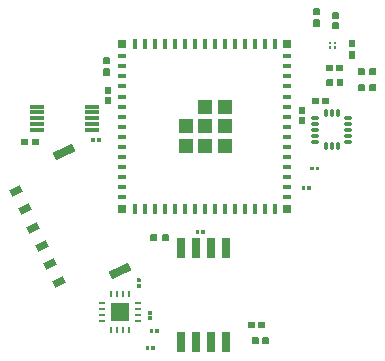
<source format=gtp>
G04 Layer: TopPasteMaskLayer*
G04 EasyEDA v6.5.22, 2023-02-04 18:08:32*
G04 803b958340a141a7ad8343e076188523,c17a8ced473b4d519dda31697e0e54b6,10*
G04 Gerber Generator version 0.2*
G04 Scale: 100 percent, Rotated: No, Reflected: No *
G04 Dimensions in inches *
G04 leading zeros omitted , absolute positions ,3 integer and 6 decimal *
%FSLAX36Y36*%
%MOIN*%

%AMMACRO1*4,1,4,-0.0079,0.0158,0.0079,0.0158,0.0079,-0.0158,-0.0079,-0.0158,-0.0079,0.0158,0*%
%AMMACRO2*21,1,$1,$2,0,0,$3*%
%ADD10R,0.0472X0.0472*%
%ADD11R,0.0315X0.0315*%
%ADD12MACRO1*%
%ADD13R,0.0315X0.0158*%
%ADD14O,0.031495999999999996X0.011024*%
%ADD15O,0.011024X0.031495999999999996*%
%ADD16MACRO2,0.0236X0.0394X115.0006*%
%ADD17MACRO2,0.0236X0.0394X114.9986*%
%ADD18MACRO2,0.0236X0.0394X114.9974*%
%ADD19MACRO2,0.0236X0.0394X115.0018*%
%ADD20MACRO2,0.0276X0.0709X114.9992*%
%ADD21MACRO2,0.0276X0.0709X115.0009*%
%ADD22R,0.0280X0.0685*%
%ADD23R,0.0236X0.0098*%
%ADD24R,0.0098X0.0236*%
%ADD25R,0.0591X0.0591*%
%ADD26R,0.0512X0.0118*%
%ADD27R,0.0163X0.0118*%

%LPD*%
G36*
X486580Y296640D02*
G01*
X485020Y295060D01*
X485020Y276940D01*
X486580Y275360D01*
X506300Y275360D01*
X507879Y276940D01*
X507879Y295060D01*
X506300Y296640D01*
G37*
G36*
X453100Y296640D02*
G01*
X451520Y295060D01*
X451520Y276940D01*
X453100Y275360D01*
X472800Y275360D01*
X474380Y276940D01*
X474380Y295060D01*
X472800Y296640D01*
G37*
G36*
X486500Y344420D02*
G01*
X484920Y342860D01*
X484920Y324739D01*
X486500Y323180D01*
X506200Y323180D01*
X507780Y324739D01*
X507780Y342860D01*
X506200Y344420D01*
G37*
G36*
X453000Y344420D02*
G01*
X451420Y342860D01*
X451420Y324739D01*
X453000Y323180D01*
X472700Y323180D01*
X474280Y324739D01*
X474280Y342860D01*
X472700Y344420D01*
G37*
G36*
X460980Y421900D02*
G01*
X460200Y421120D01*
X460200Y414820D01*
X460980Y414040D01*
X467280Y414040D01*
X468060Y414820D01*
X468060Y421120D01*
X467280Y421900D01*
G37*
G36*
X476719Y421900D02*
G01*
X475940Y421120D01*
X475940Y414820D01*
X476719Y414040D01*
X483020Y414040D01*
X483820Y414820D01*
X483820Y421120D01*
X483020Y421900D01*
G37*
G36*
X460980Y406160D02*
G01*
X460200Y405379D01*
X460200Y399080D01*
X460980Y398280D01*
X467280Y398280D01*
X468060Y399080D01*
X468060Y405379D01*
X467280Y406160D01*
G37*
G36*
X476719Y406160D02*
G01*
X475940Y405379D01*
X475940Y399080D01*
X476719Y398280D01*
X483020Y398280D01*
X483820Y399080D01*
X483820Y405379D01*
X483020Y406160D01*
G37*
G36*
X238280Y-563680D02*
G01*
X236720Y-565240D01*
X236720Y-583360D01*
X238280Y-584940D01*
X258000Y-584940D01*
X259579Y-583360D01*
X259579Y-565240D01*
X258000Y-563680D01*
G37*
G36*
X204800Y-563680D02*
G01*
X203220Y-565240D01*
X203220Y-583360D01*
X204800Y-584940D01*
X224520Y-584940D01*
X226080Y-583360D01*
X226080Y-565240D01*
X224520Y-563680D01*
G37*
G36*
X225100Y-512280D02*
G01*
X223520Y-513840D01*
X223520Y-531960D01*
X225100Y-533540D01*
X244800Y-533540D01*
X246380Y-531960D01*
X246380Y-513840D01*
X244800Y-512280D01*
G37*
G36*
X191600Y-512280D02*
G01*
X190020Y-513840D01*
X190020Y-531960D01*
X191600Y-533540D01*
X211320Y-533540D01*
X212880Y-531960D01*
X212880Y-513840D01*
X211320Y-512280D01*
G37*
G36*
X471960Y486420D02*
G01*
X470379Y484840D01*
X470379Y465120D01*
X471960Y463560D01*
X490080Y463560D01*
X491640Y465120D01*
X491640Y484840D01*
X490080Y486420D01*
G37*
G36*
X471960Y519900D02*
G01*
X470379Y518320D01*
X470379Y498620D01*
X471960Y497040D01*
X490080Y497040D01*
X491640Y498620D01*
X491640Y518320D01*
X490080Y519900D01*
G37*
G36*
X-179540Y-367620D02*
G01*
X-180479Y-368560D01*
X-180479Y-378960D01*
X-179540Y-379920D01*
X-168660Y-379920D01*
X-167719Y-378960D01*
X-167719Y-368560D01*
X-168660Y-367620D01*
G37*
G36*
X-179540Y-386280D02*
G01*
X-180479Y-387239D01*
X-180479Y-397640D01*
X-179540Y-398579D01*
X-168660Y-398579D01*
X-167719Y-397640D01*
X-167719Y-387239D01*
X-168660Y-386280D01*
G37*
G36*
X-142340Y-475720D02*
G01*
X-143280Y-476659D01*
X-143280Y-487060D01*
X-142340Y-488020D01*
X-131460Y-488020D01*
X-130520Y-487060D01*
X-130520Y-476659D01*
X-131460Y-475720D01*
G37*
G36*
X-142340Y-494380D02*
G01*
X-143280Y-495340D01*
X-143280Y-505740D01*
X-142340Y-506680D01*
X-131460Y-506680D01*
X-130520Y-505740D01*
X-130520Y-495340D01*
X-131460Y-494380D01*
G37*
G36*
X16560Y-206320D02*
G01*
X15620Y-207260D01*
X15620Y-218140D01*
X16560Y-219080D01*
X26960Y-219080D01*
X27919Y-218140D01*
X27919Y-207260D01*
X26960Y-206320D01*
G37*
G36*
X35240Y-206320D02*
G01*
X34280Y-207260D01*
X34280Y-218140D01*
X35240Y-219080D01*
X45640Y-219080D01*
X46580Y-218140D01*
X46580Y-207260D01*
X45640Y-206320D01*
G37*
G36*
X-118560Y-536320D02*
G01*
X-119520Y-537260D01*
X-119520Y-548140D01*
X-118560Y-549080D01*
X-108160Y-549080D01*
X-107220Y-548140D01*
X-107220Y-537260D01*
X-108160Y-536320D01*
G37*
G36*
X-137240Y-536320D02*
G01*
X-138180Y-537260D01*
X-138180Y-548140D01*
X-137240Y-549080D01*
X-126840Y-549080D01*
X-125879Y-548140D01*
X-125879Y-537260D01*
X-126840Y-536320D01*
G37*
G36*
X-132060Y-592320D02*
G01*
X-133020Y-593260D01*
X-133020Y-604140D01*
X-132060Y-605080D01*
X-121660Y-605080D01*
X-120719Y-604140D01*
X-120719Y-593260D01*
X-121660Y-592320D01*
G37*
G36*
X-150740Y-592320D02*
G01*
X-151680Y-593260D01*
X-151680Y-604140D01*
X-150740Y-605080D01*
X-140340Y-605080D01*
X-139380Y-604140D01*
X-139380Y-593260D01*
X-140340Y-592320D01*
G37*
G36*
X388160Y-59400D02*
G01*
X387200Y-60340D01*
X387200Y-71200D01*
X388160Y-72140D01*
X398560Y-72140D01*
X399500Y-71200D01*
X399500Y-60340D01*
X398560Y-59400D01*
G37*
G36*
X369480Y-59400D02*
G01*
X368540Y-60340D01*
X368540Y-71200D01*
X369480Y-72140D01*
X379880Y-72140D01*
X380840Y-71200D01*
X380840Y-60340D01*
X379880Y-59400D01*
G37*
G36*
X416760Y5200D02*
G01*
X415800Y4260D01*
X415800Y-6600D01*
X416760Y-7540D01*
X427160Y-7540D01*
X428100Y-6600D01*
X428100Y4260D01*
X427160Y5200D01*
G37*
G36*
X398080Y5200D02*
G01*
X397140Y4260D01*
X397140Y-6600D01*
X398080Y-7540D01*
X408480Y-7540D01*
X409440Y-6600D01*
X409440Y4260D01*
X408480Y5200D01*
G37*
G36*
X596940Y279520D02*
G01*
X594180Y277560D01*
X594180Y259840D01*
X596940Y257880D01*
X615840Y257880D01*
X617800Y259840D01*
X617800Y277560D01*
X615840Y279520D01*
G37*
G36*
X558360Y279520D02*
G01*
X556400Y277560D01*
X556400Y259840D01*
X558360Y257880D01*
X577260Y257880D01*
X580020Y259840D01*
X580020Y277560D01*
X577260Y279520D01*
G37*
G36*
X439580Y235120D02*
G01*
X438020Y233560D01*
X438020Y215440D01*
X439580Y213860D01*
X459300Y213860D01*
X460880Y215440D01*
X460880Y233560D01*
X459300Y235120D01*
G37*
G36*
X406100Y235120D02*
G01*
X404520Y233560D01*
X404520Y215440D01*
X406100Y213860D01*
X425820Y213860D01*
X427380Y215440D01*
X427380Y233560D01*
X425820Y235120D01*
G37*
G36*
X360040Y204579D02*
G01*
X358459Y203000D01*
X358459Y183280D01*
X360040Y181720D01*
X378160Y181720D01*
X379720Y183280D01*
X379720Y203000D01*
X378160Y204579D01*
G37*
G36*
X360040Y171080D02*
G01*
X358459Y169500D01*
X358459Y149800D01*
X360040Y148220D01*
X378160Y148220D01*
X379720Y149800D01*
X379720Y169500D01*
X378160Y171080D01*
G37*
G36*
X596660Y332960D02*
G01*
X593900Y330980D01*
X593900Y313280D01*
X596660Y311300D01*
X615560Y311300D01*
X617520Y313280D01*
X617520Y330980D01*
X615560Y332960D01*
G37*
G36*
X558080Y332960D02*
G01*
X556120Y330980D01*
X556120Y313280D01*
X558080Y311300D01*
X576980Y311300D01*
X579740Y313280D01*
X579740Y330980D01*
X576980Y332960D01*
G37*
G36*
X-285160Y271080D02*
G01*
X-286720Y269500D01*
X-286720Y249780D01*
X-285160Y248220D01*
X-267040Y248220D01*
X-265460Y249780D01*
X-265460Y269500D01*
X-267040Y271080D01*
G37*
G36*
X-285160Y237580D02*
G01*
X-286720Y236000D01*
X-286720Y216300D01*
X-285160Y214720D01*
X-267040Y214720D01*
X-265460Y216300D01*
X-265460Y236000D01*
X-267040Y237580D01*
G37*
G36*
X-333700Y99980D02*
G01*
X-334640Y99040D01*
X-334640Y88160D01*
X-333700Y87220D01*
X-320740Y87220D01*
X-319780Y88160D01*
X-319780Y99040D01*
X-320740Y99980D01*
G37*
G36*
X-312460Y99980D02*
G01*
X-313420Y99040D01*
X-313420Y88160D01*
X-312460Y87220D01*
X-299500Y87220D01*
X-298560Y88160D01*
X-298560Y99040D01*
X-299500Y99980D01*
G37*
G36*
X-564840Y98520D02*
G01*
X-566800Y96560D01*
X-566800Y78840D01*
X-564840Y76880D01*
X-545940Y76880D01*
X-543180Y78840D01*
X-543180Y96560D01*
X-545940Y98520D01*
G37*
G36*
X-526260Y98520D02*
G01*
X-529020Y96560D01*
X-529020Y78840D01*
X-526260Y76880D01*
X-507360Y76880D01*
X-505400Y78840D01*
X-505400Y96560D01*
X-507360Y98520D01*
G37*
G36*
X-289960Y370100D02*
G01*
X-291920Y368140D01*
X-291920Y349240D01*
X-289960Y346480D01*
X-272240Y346480D01*
X-270280Y349240D01*
X-270280Y368140D01*
X-272240Y370100D01*
G37*
G36*
X-289960Y332320D02*
G01*
X-291920Y329560D01*
X-291920Y310660D01*
X-289960Y308700D01*
X-272240Y308700D01*
X-270280Y310660D01*
X-270280Y329560D01*
X-272240Y332320D01*
G37*
G36*
X409860Y495439D02*
G01*
X407900Y492680D01*
X407900Y473780D01*
X409860Y471820D01*
X427580Y471820D01*
X429540Y473780D01*
X429540Y492680D01*
X427580Y495439D01*
G37*
G36*
X409860Y533240D02*
G01*
X407900Y531260D01*
X407900Y512380D01*
X409860Y509620D01*
X427580Y509620D01*
X429540Y512380D01*
X429540Y531260D01*
X427580Y533240D01*
G37*
G36*
X-133640Y-219780D02*
G01*
X-135600Y-221740D01*
X-135600Y-239460D01*
X-133640Y-241420D01*
X-114740Y-241420D01*
X-111980Y-239460D01*
X-111980Y-221740D01*
X-114740Y-219780D01*
G37*
G36*
X-95060Y-219780D02*
G01*
X-97820Y-221740D01*
X-97820Y-239460D01*
X-95060Y-241420D01*
X-76160Y-241420D01*
X-74200Y-239460D01*
X-74200Y-221740D01*
X-76160Y-219780D01*
G37*
G36*
X527540Y388820D02*
G01*
X525580Y386060D01*
X525580Y367160D01*
X527540Y365180D01*
X545260Y365180D01*
X547220Y367160D01*
X547220Y386060D01*
X545260Y388820D01*
G37*
G36*
X527540Y426599D02*
G01*
X525580Y424640D01*
X525580Y405740D01*
X527540Y402980D01*
X545260Y402980D01*
X547220Y405740D01*
X547220Y424640D01*
X545260Y426599D01*
G37*
D10*
G01*
X47820Y139130D03*
G01*
X47820Y204089D03*
G01*
X112780Y204089D03*
G01*
X112780Y139130D03*
G01*
X112780Y74169D03*
G01*
X47820Y74169D03*
G01*
X-17139Y74169D03*
G01*
X-17139Y139130D03*
D11*
G01*
X-229589Y413899D03*
D12*
G01*
X-188254Y413899D03*
G01*
X-154784Y413899D03*
G01*
X-121325Y413899D03*
G01*
X-87854Y413899D03*
G01*
X-54394Y413899D03*
G01*
X-20929Y413899D03*
G01*
X12535Y413899D03*
G01*
X79465Y413899D03*
G01*
X45999Y413899D03*
G01*
X112930Y413899D03*
G01*
X146394Y413899D03*
G01*
X179855Y413899D03*
G01*
X213324Y413899D03*
G01*
X246784Y413899D03*
G01*
X280255Y413899D03*
D11*
G01*
X321589Y413899D03*
D13*
G01*
X321589Y372559D03*
G01*
X321589Y339099D03*
G01*
X321589Y305629D03*
G01*
X321589Y272169D03*
G01*
X321589Y238699D03*
G01*
X321589Y205239D03*
G01*
X321589Y171769D03*
G01*
X321589Y138309D03*
G01*
X321589Y104849D03*
G01*
X321589Y71379D03*
G01*
X321589Y37919D03*
G01*
X321589Y4449D03*
G01*
X321589Y-29010D03*
G01*
X321589Y-62480D03*
G01*
X321589Y-95940D03*
D11*
G01*
X321589Y-137280D03*
D12*
G01*
X280255Y-137280D03*
G01*
X246784Y-137280D03*
G01*
X213324Y-137280D03*
G01*
X179855Y-137280D03*
G01*
X146394Y-137280D03*
G01*
X112930Y-137280D03*
G01*
X79465Y-137280D03*
G01*
X45999Y-137280D03*
G01*
X12535Y-137280D03*
G01*
X-20929Y-137280D03*
G01*
X-54394Y-137280D03*
G01*
X-87854Y-137280D03*
G01*
X-121325Y-137280D03*
G01*
X-154784Y-137280D03*
G01*
X-188254Y-137280D03*
D11*
G01*
X-229589Y-137280D03*
D13*
G01*
X-229589Y-95940D03*
G01*
X-229589Y-62480D03*
G01*
X-229589Y-29010D03*
G01*
X-229589Y4449D03*
G01*
X-229589Y37919D03*
G01*
X-229589Y71379D03*
G01*
X-229589Y104849D03*
G01*
X-229589Y138309D03*
G01*
X-229589Y171769D03*
G01*
X-229589Y205239D03*
G01*
X-229589Y238699D03*
G01*
X-229589Y272169D03*
G01*
X-229589Y305629D03*
G01*
X-229589Y372559D03*
G01*
X-229589Y339099D03*
D14*
G01*
X524220Y87919D03*
G01*
X524220Y107609D03*
G01*
X524220Y127289D03*
G01*
X524220Y146979D03*
G01*
X524220Y166659D03*
D15*
G01*
X488779Y182409D03*
G01*
X469099Y182409D03*
G01*
X449409Y182409D03*
D14*
G01*
X413980Y166659D03*
G01*
X413980Y146979D03*
G01*
X413980Y127289D03*
G01*
X413980Y107609D03*
G01*
X413980Y87919D03*
D15*
G01*
X449409Y72179D03*
G01*
X469099Y72179D03*
G01*
X488779Y72179D03*
D16*
G01*
X-554859Y-137747D03*
D17*
G01*
X-526574Y-198407D03*
D18*
G01*
X-441717Y-380383D03*
D19*
G01*
X-470003Y-319724D03*
G01*
X-498288Y-259065D03*
D20*
G01*
X-237220Y-341496D03*
D21*
G01*
X-421908Y54566D03*
D18*
G01*
X-583146Y-77089D03*
D22*
G01*
X-31999Y-580000D03*
G01*
X18000Y-580000D03*
G01*
X68000Y-580000D03*
G01*
X118000Y-580000D03*
G01*
X118000Y-265410D03*
G01*
X68000Y-265410D03*
G01*
X18000Y-265410D03*
G01*
X-31999Y-265410D03*
D23*
G01*
X-177449Y-508670D03*
G01*
X-177449Y-488980D03*
G01*
X-177449Y-469300D03*
G01*
X-177449Y-449610D03*
D24*
G01*
X-207049Y-420140D03*
G01*
X-226739Y-420140D03*
G01*
X-246419Y-420150D03*
G01*
X-266109Y-420140D03*
D23*
G01*
X-295559Y-449670D03*
G01*
X-295559Y-469360D03*
G01*
X-295559Y-489039D03*
G01*
X-295559Y-508670D03*
D24*
G01*
X-266109Y-538260D03*
G01*
X-246419Y-538260D03*
G01*
X-226739Y-538260D03*
G01*
X-207049Y-538260D03*
D25*
G01*
X-236499Y-479200D03*
D26*
G01*
X-328879Y126429D03*
G01*
X-328879Y146109D03*
G01*
X-328879Y165789D03*
G01*
X-328879Y185479D03*
G01*
X-328879Y205169D03*
G01*
X-513919Y205159D03*
G01*
X-513919Y185479D03*
G01*
X-513919Y165799D03*
G01*
X-513919Y146109D03*
G01*
X-513919Y126419D03*
M02*

</source>
